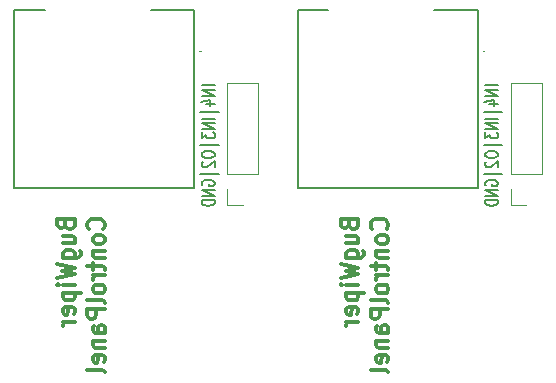
<source format=gbr>
%TF.GenerationSoftware,KiCad,Pcbnew,7.0.10*%
%TF.CreationDate,2025-01-30T23:55:36+01:00*%
%TF.ProjectId,DoublePanel_MouseBites,446f7562-6c65-4506-916e-656c5f4d6f75,rev?*%
%TF.SameCoordinates,Original*%
%TF.FileFunction,Legend,Bot*%
%TF.FilePolarity,Positive*%
%FSLAX46Y46*%
G04 Gerber Fmt 4.6, Leading zero omitted, Abs format (unit mm)*
G04 Created by KiCad (PCBNEW 7.0.10) date 2025-01-30 23:55:36*
%MOMM*%
%LPD*%
G01*
G04 APERTURE LIST*
%ADD10C,0.300000*%
%ADD11C,0.150000*%
%ADD12C,0.120000*%
%ADD13C,0.100000*%
%ADD14C,0.200000*%
G04 APERTURE END LIST*
D10*
X133669971Y-40182701D02*
X133741400Y-40116034D01*
X133741400Y-40116034D02*
X133812828Y-39916034D01*
X133812828Y-39916034D02*
X133812828Y-39782701D01*
X133812828Y-39782701D02*
X133741400Y-39582701D01*
X133741400Y-39582701D02*
X133598542Y-39449368D01*
X133598542Y-39449368D02*
X133455685Y-39382701D01*
X133455685Y-39382701D02*
X133169971Y-39316034D01*
X133169971Y-39316034D02*
X132955685Y-39316034D01*
X132955685Y-39316034D02*
X132669971Y-39382701D01*
X132669971Y-39382701D02*
X132527114Y-39449368D01*
X132527114Y-39449368D02*
X132384257Y-39582701D01*
X132384257Y-39582701D02*
X132312828Y-39782701D01*
X132312828Y-39782701D02*
X132312828Y-39916034D01*
X132312828Y-39916034D02*
X132384257Y-40116034D01*
X132384257Y-40116034D02*
X132455685Y-40182701D01*
X133812828Y-40982701D02*
X133741400Y-40849368D01*
X133741400Y-40849368D02*
X133669971Y-40782701D01*
X133669971Y-40782701D02*
X133527114Y-40716034D01*
X133527114Y-40716034D02*
X133098542Y-40716034D01*
X133098542Y-40716034D02*
X132955685Y-40782701D01*
X132955685Y-40782701D02*
X132884257Y-40849368D01*
X132884257Y-40849368D02*
X132812828Y-40982701D01*
X132812828Y-40982701D02*
X132812828Y-41182701D01*
X132812828Y-41182701D02*
X132884257Y-41316034D01*
X132884257Y-41316034D02*
X132955685Y-41382701D01*
X132955685Y-41382701D02*
X133098542Y-41449368D01*
X133098542Y-41449368D02*
X133527114Y-41449368D01*
X133527114Y-41449368D02*
X133669971Y-41382701D01*
X133669971Y-41382701D02*
X133741400Y-41316034D01*
X133741400Y-41316034D02*
X133812828Y-41182701D01*
X133812828Y-41182701D02*
X133812828Y-40982701D01*
X132812828Y-42049368D02*
X133812828Y-42049368D01*
X132955685Y-42049368D02*
X132884257Y-42116035D01*
X132884257Y-42116035D02*
X132812828Y-42249368D01*
X132812828Y-42249368D02*
X132812828Y-42449368D01*
X132812828Y-42449368D02*
X132884257Y-42582701D01*
X132884257Y-42582701D02*
X133027114Y-42649368D01*
X133027114Y-42649368D02*
X133812828Y-42649368D01*
X132812828Y-43116035D02*
X132812828Y-43649368D01*
X132312828Y-43316035D02*
X133598542Y-43316035D01*
X133598542Y-43316035D02*
X133741400Y-43382702D01*
X133741400Y-43382702D02*
X133812828Y-43516035D01*
X133812828Y-43516035D02*
X133812828Y-43649368D01*
X133812828Y-44116035D02*
X132812828Y-44116035D01*
X133098542Y-44116035D02*
X132955685Y-44182702D01*
X132955685Y-44182702D02*
X132884257Y-44249368D01*
X132884257Y-44249368D02*
X132812828Y-44382702D01*
X132812828Y-44382702D02*
X132812828Y-44516035D01*
X133812828Y-45182702D02*
X133741400Y-45049369D01*
X133741400Y-45049369D02*
X133669971Y-44982702D01*
X133669971Y-44982702D02*
X133527114Y-44916035D01*
X133527114Y-44916035D02*
X133098542Y-44916035D01*
X133098542Y-44916035D02*
X132955685Y-44982702D01*
X132955685Y-44982702D02*
X132884257Y-45049369D01*
X132884257Y-45049369D02*
X132812828Y-45182702D01*
X132812828Y-45182702D02*
X132812828Y-45382702D01*
X132812828Y-45382702D02*
X132884257Y-45516035D01*
X132884257Y-45516035D02*
X132955685Y-45582702D01*
X132955685Y-45582702D02*
X133098542Y-45649369D01*
X133098542Y-45649369D02*
X133527114Y-45649369D01*
X133527114Y-45649369D02*
X133669971Y-45582702D01*
X133669971Y-45582702D02*
X133741400Y-45516035D01*
X133741400Y-45516035D02*
X133812828Y-45382702D01*
X133812828Y-45382702D02*
X133812828Y-45182702D01*
X133812828Y-46449369D02*
X133741400Y-46316036D01*
X133741400Y-46316036D02*
X133598542Y-46249369D01*
X133598542Y-46249369D02*
X132312828Y-46249369D01*
X133812828Y-46982702D02*
X132312828Y-46982702D01*
X132312828Y-46982702D02*
X132312828Y-47516035D01*
X132312828Y-47516035D02*
X132384257Y-47649369D01*
X132384257Y-47649369D02*
X132455685Y-47716035D01*
X132455685Y-47716035D02*
X132598542Y-47782702D01*
X132598542Y-47782702D02*
X132812828Y-47782702D01*
X132812828Y-47782702D02*
X132955685Y-47716035D01*
X132955685Y-47716035D02*
X133027114Y-47649369D01*
X133027114Y-47649369D02*
X133098542Y-47516035D01*
X133098542Y-47516035D02*
X133098542Y-46982702D01*
X133812828Y-48982702D02*
X133027114Y-48982702D01*
X133027114Y-48982702D02*
X132884257Y-48916035D01*
X132884257Y-48916035D02*
X132812828Y-48782702D01*
X132812828Y-48782702D02*
X132812828Y-48516035D01*
X132812828Y-48516035D02*
X132884257Y-48382702D01*
X133741400Y-48982702D02*
X133812828Y-48849369D01*
X133812828Y-48849369D02*
X133812828Y-48516035D01*
X133812828Y-48516035D02*
X133741400Y-48382702D01*
X133741400Y-48382702D02*
X133598542Y-48316035D01*
X133598542Y-48316035D02*
X133455685Y-48316035D01*
X133455685Y-48316035D02*
X133312828Y-48382702D01*
X133312828Y-48382702D02*
X133241400Y-48516035D01*
X133241400Y-48516035D02*
X133241400Y-48849369D01*
X133241400Y-48849369D02*
X133169971Y-48982702D01*
X132812828Y-49649369D02*
X133812828Y-49649369D01*
X132955685Y-49649369D02*
X132884257Y-49716036D01*
X132884257Y-49716036D02*
X132812828Y-49849369D01*
X132812828Y-49849369D02*
X132812828Y-50049369D01*
X132812828Y-50049369D02*
X132884257Y-50182702D01*
X132884257Y-50182702D02*
X133027114Y-50249369D01*
X133027114Y-50249369D02*
X133812828Y-50249369D01*
X133741400Y-51449369D02*
X133812828Y-51316036D01*
X133812828Y-51316036D02*
X133812828Y-51049369D01*
X133812828Y-51049369D02*
X133741400Y-50916036D01*
X133741400Y-50916036D02*
X133598542Y-50849369D01*
X133598542Y-50849369D02*
X133027114Y-50849369D01*
X133027114Y-50849369D02*
X132884257Y-50916036D01*
X132884257Y-50916036D02*
X132812828Y-51049369D01*
X132812828Y-51049369D02*
X132812828Y-51316036D01*
X132812828Y-51316036D02*
X132884257Y-51449369D01*
X132884257Y-51449369D02*
X133027114Y-51516036D01*
X133027114Y-51516036D02*
X133169971Y-51516036D01*
X133169971Y-51516036D02*
X133312828Y-50849369D01*
X133812828Y-52316036D02*
X133741400Y-52182703D01*
X133741400Y-52182703D02*
X133598542Y-52116036D01*
X133598542Y-52116036D02*
X132312828Y-52116036D01*
D11*
X167107580Y-28043922D02*
X166007580Y-28043922D01*
X167107580Y-28434398D02*
X166007580Y-28434398D01*
X166007580Y-28434398D02*
X167107580Y-28902969D01*
X167107580Y-28902969D02*
X166007580Y-28902969D01*
X166374247Y-29644874D02*
X167107580Y-29644874D01*
X165955200Y-29449636D02*
X166740914Y-29254398D01*
X166740914Y-29254398D02*
X166740914Y-29762017D01*
X167474247Y-30269636D02*
X165902819Y-30269636D01*
X167107580Y-30855350D02*
X166007580Y-30855350D01*
X167107580Y-31245826D02*
X166007580Y-31245826D01*
X166007580Y-31245826D02*
X167107580Y-31714397D01*
X167107580Y-31714397D02*
X166007580Y-31714397D01*
X166007580Y-32026778D02*
X166007580Y-32534397D01*
X166007580Y-32534397D02*
X166426628Y-32261064D01*
X166426628Y-32261064D02*
X166426628Y-32378207D01*
X166426628Y-32378207D02*
X166479009Y-32456302D01*
X166479009Y-32456302D02*
X166531390Y-32495350D01*
X166531390Y-32495350D02*
X166636152Y-32534397D01*
X166636152Y-32534397D02*
X166898057Y-32534397D01*
X166898057Y-32534397D02*
X167002819Y-32495350D01*
X167002819Y-32495350D02*
X167055200Y-32456302D01*
X167055200Y-32456302D02*
X167107580Y-32378207D01*
X167107580Y-32378207D02*
X167107580Y-32143921D01*
X167107580Y-32143921D02*
X167055200Y-32065826D01*
X167055200Y-32065826D02*
X167002819Y-32026778D01*
X167474247Y-33081064D02*
X165902819Y-33081064D01*
X166007580Y-33822968D02*
X166007580Y-33979159D01*
X166007580Y-33979159D02*
X166059961Y-34057254D01*
X166059961Y-34057254D02*
X166164723Y-34135349D01*
X166164723Y-34135349D02*
X166374247Y-34174397D01*
X166374247Y-34174397D02*
X166740914Y-34174397D01*
X166740914Y-34174397D02*
X166950438Y-34135349D01*
X166950438Y-34135349D02*
X167055200Y-34057254D01*
X167055200Y-34057254D02*
X167107580Y-33979159D01*
X167107580Y-33979159D02*
X167107580Y-33822968D01*
X167107580Y-33822968D02*
X167055200Y-33744873D01*
X167055200Y-33744873D02*
X166950438Y-33666778D01*
X166950438Y-33666778D02*
X166740914Y-33627730D01*
X166740914Y-33627730D02*
X166374247Y-33627730D01*
X166374247Y-33627730D02*
X166164723Y-33666778D01*
X166164723Y-33666778D02*
X166059961Y-33744873D01*
X166059961Y-33744873D02*
X166007580Y-33822968D01*
X166112342Y-34486778D02*
X166059961Y-34525826D01*
X166059961Y-34525826D02*
X166007580Y-34603921D01*
X166007580Y-34603921D02*
X166007580Y-34799159D01*
X166007580Y-34799159D02*
X166059961Y-34877254D01*
X166059961Y-34877254D02*
X166112342Y-34916302D01*
X166112342Y-34916302D02*
X166217104Y-34955349D01*
X166217104Y-34955349D02*
X166321866Y-34955349D01*
X166321866Y-34955349D02*
X166479009Y-34916302D01*
X166479009Y-34916302D02*
X167107580Y-34447730D01*
X167107580Y-34447730D02*
X167107580Y-34955349D01*
X167474247Y-35502016D02*
X165902819Y-35502016D01*
X166059961Y-36517253D02*
X166007580Y-36439158D01*
X166007580Y-36439158D02*
X166007580Y-36322015D01*
X166007580Y-36322015D02*
X166059961Y-36204872D01*
X166059961Y-36204872D02*
X166164723Y-36126777D01*
X166164723Y-36126777D02*
X166269485Y-36087730D01*
X166269485Y-36087730D02*
X166479009Y-36048682D01*
X166479009Y-36048682D02*
X166636152Y-36048682D01*
X166636152Y-36048682D02*
X166845676Y-36087730D01*
X166845676Y-36087730D02*
X166950438Y-36126777D01*
X166950438Y-36126777D02*
X167055200Y-36204872D01*
X167055200Y-36204872D02*
X167107580Y-36322015D01*
X167107580Y-36322015D02*
X167107580Y-36400111D01*
X167107580Y-36400111D02*
X167055200Y-36517253D01*
X167055200Y-36517253D02*
X167002819Y-36556301D01*
X167002819Y-36556301D02*
X166636152Y-36556301D01*
X166636152Y-36556301D02*
X166636152Y-36400111D01*
X167107580Y-36907730D02*
X166007580Y-36907730D01*
X166007580Y-36907730D02*
X167107580Y-37376301D01*
X167107580Y-37376301D02*
X166007580Y-37376301D01*
X167107580Y-37766778D02*
X166007580Y-37766778D01*
X166007580Y-37766778D02*
X166007580Y-37962016D01*
X166007580Y-37962016D02*
X166059961Y-38079159D01*
X166059961Y-38079159D02*
X166164723Y-38157254D01*
X166164723Y-38157254D02*
X166269485Y-38196301D01*
X166269485Y-38196301D02*
X166479009Y-38235349D01*
X166479009Y-38235349D02*
X166636152Y-38235349D01*
X166636152Y-38235349D02*
X166845676Y-38196301D01*
X166845676Y-38196301D02*
X166950438Y-38157254D01*
X166950438Y-38157254D02*
X167055200Y-38079159D01*
X167055200Y-38079159D02*
X167107580Y-37962016D01*
X167107580Y-37962016D02*
X167107580Y-37766778D01*
D10*
X154487114Y-39849368D02*
X154558542Y-40049368D01*
X154558542Y-40049368D02*
X154629971Y-40116034D01*
X154629971Y-40116034D02*
X154772828Y-40182701D01*
X154772828Y-40182701D02*
X154987114Y-40182701D01*
X154987114Y-40182701D02*
X155129971Y-40116034D01*
X155129971Y-40116034D02*
X155201400Y-40049368D01*
X155201400Y-40049368D02*
X155272828Y-39916034D01*
X155272828Y-39916034D02*
X155272828Y-39382701D01*
X155272828Y-39382701D02*
X153772828Y-39382701D01*
X153772828Y-39382701D02*
X153772828Y-39849368D01*
X153772828Y-39849368D02*
X153844257Y-39982701D01*
X153844257Y-39982701D02*
X153915685Y-40049368D01*
X153915685Y-40049368D02*
X154058542Y-40116034D01*
X154058542Y-40116034D02*
X154201400Y-40116034D01*
X154201400Y-40116034D02*
X154344257Y-40049368D01*
X154344257Y-40049368D02*
X154415685Y-39982701D01*
X154415685Y-39982701D02*
X154487114Y-39849368D01*
X154487114Y-39849368D02*
X154487114Y-39382701D01*
X154272828Y-41382701D02*
X155272828Y-41382701D01*
X154272828Y-40782701D02*
X155058542Y-40782701D01*
X155058542Y-40782701D02*
X155201400Y-40849368D01*
X155201400Y-40849368D02*
X155272828Y-40982701D01*
X155272828Y-40982701D02*
X155272828Y-41182701D01*
X155272828Y-41182701D02*
X155201400Y-41316034D01*
X155201400Y-41316034D02*
X155129971Y-41382701D01*
X154272828Y-42649368D02*
X155487114Y-42649368D01*
X155487114Y-42649368D02*
X155629971Y-42582701D01*
X155629971Y-42582701D02*
X155701400Y-42516035D01*
X155701400Y-42516035D02*
X155772828Y-42382701D01*
X155772828Y-42382701D02*
X155772828Y-42182701D01*
X155772828Y-42182701D02*
X155701400Y-42049368D01*
X155201400Y-42649368D02*
X155272828Y-42516035D01*
X155272828Y-42516035D02*
X155272828Y-42249368D01*
X155272828Y-42249368D02*
X155201400Y-42116035D01*
X155201400Y-42116035D02*
X155129971Y-42049368D01*
X155129971Y-42049368D02*
X154987114Y-41982701D01*
X154987114Y-41982701D02*
X154558542Y-41982701D01*
X154558542Y-41982701D02*
X154415685Y-42049368D01*
X154415685Y-42049368D02*
X154344257Y-42116035D01*
X154344257Y-42116035D02*
X154272828Y-42249368D01*
X154272828Y-42249368D02*
X154272828Y-42516035D01*
X154272828Y-42516035D02*
X154344257Y-42649368D01*
X153772828Y-43182702D02*
X155272828Y-43516035D01*
X155272828Y-43516035D02*
X154201400Y-43782702D01*
X154201400Y-43782702D02*
X155272828Y-44049368D01*
X155272828Y-44049368D02*
X153772828Y-44382702D01*
X155272828Y-44916035D02*
X154272828Y-44916035D01*
X153772828Y-44916035D02*
X153844257Y-44849368D01*
X153844257Y-44849368D02*
X153915685Y-44916035D01*
X153915685Y-44916035D02*
X153844257Y-44982702D01*
X153844257Y-44982702D02*
X153772828Y-44916035D01*
X153772828Y-44916035D02*
X153915685Y-44916035D01*
X154272828Y-45582702D02*
X155772828Y-45582702D01*
X154344257Y-45582702D02*
X154272828Y-45716035D01*
X154272828Y-45716035D02*
X154272828Y-45982702D01*
X154272828Y-45982702D02*
X154344257Y-46116035D01*
X154344257Y-46116035D02*
X154415685Y-46182702D01*
X154415685Y-46182702D02*
X154558542Y-46249369D01*
X154558542Y-46249369D02*
X154987114Y-46249369D01*
X154987114Y-46249369D02*
X155129971Y-46182702D01*
X155129971Y-46182702D02*
X155201400Y-46116035D01*
X155201400Y-46116035D02*
X155272828Y-45982702D01*
X155272828Y-45982702D02*
X155272828Y-45716035D01*
X155272828Y-45716035D02*
X155201400Y-45582702D01*
X155201400Y-47382702D02*
X155272828Y-47249369D01*
X155272828Y-47249369D02*
X155272828Y-46982702D01*
X155272828Y-46982702D02*
X155201400Y-46849369D01*
X155201400Y-46849369D02*
X155058542Y-46782702D01*
X155058542Y-46782702D02*
X154487114Y-46782702D01*
X154487114Y-46782702D02*
X154344257Y-46849369D01*
X154344257Y-46849369D02*
X154272828Y-46982702D01*
X154272828Y-46982702D02*
X154272828Y-47249369D01*
X154272828Y-47249369D02*
X154344257Y-47382702D01*
X154344257Y-47382702D02*
X154487114Y-47449369D01*
X154487114Y-47449369D02*
X154629971Y-47449369D01*
X154629971Y-47449369D02*
X154772828Y-46782702D01*
X155272828Y-48049369D02*
X154272828Y-48049369D01*
X154558542Y-48049369D02*
X154415685Y-48116036D01*
X154415685Y-48116036D02*
X154344257Y-48182702D01*
X154344257Y-48182702D02*
X154272828Y-48316036D01*
X154272828Y-48316036D02*
X154272828Y-48449369D01*
X157669971Y-40182701D02*
X157741400Y-40116034D01*
X157741400Y-40116034D02*
X157812828Y-39916034D01*
X157812828Y-39916034D02*
X157812828Y-39782701D01*
X157812828Y-39782701D02*
X157741400Y-39582701D01*
X157741400Y-39582701D02*
X157598542Y-39449368D01*
X157598542Y-39449368D02*
X157455685Y-39382701D01*
X157455685Y-39382701D02*
X157169971Y-39316034D01*
X157169971Y-39316034D02*
X156955685Y-39316034D01*
X156955685Y-39316034D02*
X156669971Y-39382701D01*
X156669971Y-39382701D02*
X156527114Y-39449368D01*
X156527114Y-39449368D02*
X156384257Y-39582701D01*
X156384257Y-39582701D02*
X156312828Y-39782701D01*
X156312828Y-39782701D02*
X156312828Y-39916034D01*
X156312828Y-39916034D02*
X156384257Y-40116034D01*
X156384257Y-40116034D02*
X156455685Y-40182701D01*
X157812828Y-40982701D02*
X157741400Y-40849368D01*
X157741400Y-40849368D02*
X157669971Y-40782701D01*
X157669971Y-40782701D02*
X157527114Y-40716034D01*
X157527114Y-40716034D02*
X157098542Y-40716034D01*
X157098542Y-40716034D02*
X156955685Y-40782701D01*
X156955685Y-40782701D02*
X156884257Y-40849368D01*
X156884257Y-40849368D02*
X156812828Y-40982701D01*
X156812828Y-40982701D02*
X156812828Y-41182701D01*
X156812828Y-41182701D02*
X156884257Y-41316034D01*
X156884257Y-41316034D02*
X156955685Y-41382701D01*
X156955685Y-41382701D02*
X157098542Y-41449368D01*
X157098542Y-41449368D02*
X157527114Y-41449368D01*
X157527114Y-41449368D02*
X157669971Y-41382701D01*
X157669971Y-41382701D02*
X157741400Y-41316034D01*
X157741400Y-41316034D02*
X157812828Y-41182701D01*
X157812828Y-41182701D02*
X157812828Y-40982701D01*
X156812828Y-42049368D02*
X157812828Y-42049368D01*
X156955685Y-42049368D02*
X156884257Y-42116035D01*
X156884257Y-42116035D02*
X156812828Y-42249368D01*
X156812828Y-42249368D02*
X156812828Y-42449368D01*
X156812828Y-42449368D02*
X156884257Y-42582701D01*
X156884257Y-42582701D02*
X157027114Y-42649368D01*
X157027114Y-42649368D02*
X157812828Y-42649368D01*
X156812828Y-43116035D02*
X156812828Y-43649368D01*
X156312828Y-43316035D02*
X157598542Y-43316035D01*
X157598542Y-43316035D02*
X157741400Y-43382702D01*
X157741400Y-43382702D02*
X157812828Y-43516035D01*
X157812828Y-43516035D02*
X157812828Y-43649368D01*
X157812828Y-44116035D02*
X156812828Y-44116035D01*
X157098542Y-44116035D02*
X156955685Y-44182702D01*
X156955685Y-44182702D02*
X156884257Y-44249368D01*
X156884257Y-44249368D02*
X156812828Y-44382702D01*
X156812828Y-44382702D02*
X156812828Y-44516035D01*
X157812828Y-45182702D02*
X157741400Y-45049369D01*
X157741400Y-45049369D02*
X157669971Y-44982702D01*
X157669971Y-44982702D02*
X157527114Y-44916035D01*
X157527114Y-44916035D02*
X157098542Y-44916035D01*
X157098542Y-44916035D02*
X156955685Y-44982702D01*
X156955685Y-44982702D02*
X156884257Y-45049369D01*
X156884257Y-45049369D02*
X156812828Y-45182702D01*
X156812828Y-45182702D02*
X156812828Y-45382702D01*
X156812828Y-45382702D02*
X156884257Y-45516035D01*
X156884257Y-45516035D02*
X156955685Y-45582702D01*
X156955685Y-45582702D02*
X157098542Y-45649369D01*
X157098542Y-45649369D02*
X157527114Y-45649369D01*
X157527114Y-45649369D02*
X157669971Y-45582702D01*
X157669971Y-45582702D02*
X157741400Y-45516035D01*
X157741400Y-45516035D02*
X157812828Y-45382702D01*
X157812828Y-45382702D02*
X157812828Y-45182702D01*
X157812828Y-46449369D02*
X157741400Y-46316036D01*
X157741400Y-46316036D02*
X157598542Y-46249369D01*
X157598542Y-46249369D02*
X156312828Y-46249369D01*
X157812828Y-46982702D02*
X156312828Y-46982702D01*
X156312828Y-46982702D02*
X156312828Y-47516035D01*
X156312828Y-47516035D02*
X156384257Y-47649369D01*
X156384257Y-47649369D02*
X156455685Y-47716035D01*
X156455685Y-47716035D02*
X156598542Y-47782702D01*
X156598542Y-47782702D02*
X156812828Y-47782702D01*
X156812828Y-47782702D02*
X156955685Y-47716035D01*
X156955685Y-47716035D02*
X157027114Y-47649369D01*
X157027114Y-47649369D02*
X157098542Y-47516035D01*
X157098542Y-47516035D02*
X157098542Y-46982702D01*
X157812828Y-48982702D02*
X157027114Y-48982702D01*
X157027114Y-48982702D02*
X156884257Y-48916035D01*
X156884257Y-48916035D02*
X156812828Y-48782702D01*
X156812828Y-48782702D02*
X156812828Y-48516035D01*
X156812828Y-48516035D02*
X156884257Y-48382702D01*
X157741400Y-48982702D02*
X157812828Y-48849369D01*
X157812828Y-48849369D02*
X157812828Y-48516035D01*
X157812828Y-48516035D02*
X157741400Y-48382702D01*
X157741400Y-48382702D02*
X157598542Y-48316035D01*
X157598542Y-48316035D02*
X157455685Y-48316035D01*
X157455685Y-48316035D02*
X157312828Y-48382702D01*
X157312828Y-48382702D02*
X157241400Y-48516035D01*
X157241400Y-48516035D02*
X157241400Y-48849369D01*
X157241400Y-48849369D02*
X157169971Y-48982702D01*
X156812828Y-49649369D02*
X157812828Y-49649369D01*
X156955685Y-49649369D02*
X156884257Y-49716036D01*
X156884257Y-49716036D02*
X156812828Y-49849369D01*
X156812828Y-49849369D02*
X156812828Y-50049369D01*
X156812828Y-50049369D02*
X156884257Y-50182702D01*
X156884257Y-50182702D02*
X157027114Y-50249369D01*
X157027114Y-50249369D02*
X157812828Y-50249369D01*
X157741400Y-51449369D02*
X157812828Y-51316036D01*
X157812828Y-51316036D02*
X157812828Y-51049369D01*
X157812828Y-51049369D02*
X157741400Y-50916036D01*
X157741400Y-50916036D02*
X157598542Y-50849369D01*
X157598542Y-50849369D02*
X157027114Y-50849369D01*
X157027114Y-50849369D02*
X156884257Y-50916036D01*
X156884257Y-50916036D02*
X156812828Y-51049369D01*
X156812828Y-51049369D02*
X156812828Y-51316036D01*
X156812828Y-51316036D02*
X156884257Y-51449369D01*
X156884257Y-51449369D02*
X157027114Y-51516036D01*
X157027114Y-51516036D02*
X157169971Y-51516036D01*
X157169971Y-51516036D02*
X157312828Y-50849369D01*
X157812828Y-52316036D02*
X157741400Y-52182703D01*
X157741400Y-52182703D02*
X157598542Y-52116036D01*
X157598542Y-52116036D02*
X156312828Y-52116036D01*
X130487114Y-39849368D02*
X130558542Y-40049368D01*
X130558542Y-40049368D02*
X130629971Y-40116034D01*
X130629971Y-40116034D02*
X130772828Y-40182701D01*
X130772828Y-40182701D02*
X130987114Y-40182701D01*
X130987114Y-40182701D02*
X131129971Y-40116034D01*
X131129971Y-40116034D02*
X131201400Y-40049368D01*
X131201400Y-40049368D02*
X131272828Y-39916034D01*
X131272828Y-39916034D02*
X131272828Y-39382701D01*
X131272828Y-39382701D02*
X129772828Y-39382701D01*
X129772828Y-39382701D02*
X129772828Y-39849368D01*
X129772828Y-39849368D02*
X129844257Y-39982701D01*
X129844257Y-39982701D02*
X129915685Y-40049368D01*
X129915685Y-40049368D02*
X130058542Y-40116034D01*
X130058542Y-40116034D02*
X130201400Y-40116034D01*
X130201400Y-40116034D02*
X130344257Y-40049368D01*
X130344257Y-40049368D02*
X130415685Y-39982701D01*
X130415685Y-39982701D02*
X130487114Y-39849368D01*
X130487114Y-39849368D02*
X130487114Y-39382701D01*
X130272828Y-41382701D02*
X131272828Y-41382701D01*
X130272828Y-40782701D02*
X131058542Y-40782701D01*
X131058542Y-40782701D02*
X131201400Y-40849368D01*
X131201400Y-40849368D02*
X131272828Y-40982701D01*
X131272828Y-40982701D02*
X131272828Y-41182701D01*
X131272828Y-41182701D02*
X131201400Y-41316034D01*
X131201400Y-41316034D02*
X131129971Y-41382701D01*
X130272828Y-42649368D02*
X131487114Y-42649368D01*
X131487114Y-42649368D02*
X131629971Y-42582701D01*
X131629971Y-42582701D02*
X131701400Y-42516035D01*
X131701400Y-42516035D02*
X131772828Y-42382701D01*
X131772828Y-42382701D02*
X131772828Y-42182701D01*
X131772828Y-42182701D02*
X131701400Y-42049368D01*
X131201400Y-42649368D02*
X131272828Y-42516035D01*
X131272828Y-42516035D02*
X131272828Y-42249368D01*
X131272828Y-42249368D02*
X131201400Y-42116035D01*
X131201400Y-42116035D02*
X131129971Y-42049368D01*
X131129971Y-42049368D02*
X130987114Y-41982701D01*
X130987114Y-41982701D02*
X130558542Y-41982701D01*
X130558542Y-41982701D02*
X130415685Y-42049368D01*
X130415685Y-42049368D02*
X130344257Y-42116035D01*
X130344257Y-42116035D02*
X130272828Y-42249368D01*
X130272828Y-42249368D02*
X130272828Y-42516035D01*
X130272828Y-42516035D02*
X130344257Y-42649368D01*
X129772828Y-43182702D02*
X131272828Y-43516035D01*
X131272828Y-43516035D02*
X130201400Y-43782702D01*
X130201400Y-43782702D02*
X131272828Y-44049368D01*
X131272828Y-44049368D02*
X129772828Y-44382702D01*
X131272828Y-44916035D02*
X130272828Y-44916035D01*
X129772828Y-44916035D02*
X129844257Y-44849368D01*
X129844257Y-44849368D02*
X129915685Y-44916035D01*
X129915685Y-44916035D02*
X129844257Y-44982702D01*
X129844257Y-44982702D02*
X129772828Y-44916035D01*
X129772828Y-44916035D02*
X129915685Y-44916035D01*
X130272828Y-45582702D02*
X131772828Y-45582702D01*
X130344257Y-45582702D02*
X130272828Y-45716035D01*
X130272828Y-45716035D02*
X130272828Y-45982702D01*
X130272828Y-45982702D02*
X130344257Y-46116035D01*
X130344257Y-46116035D02*
X130415685Y-46182702D01*
X130415685Y-46182702D02*
X130558542Y-46249369D01*
X130558542Y-46249369D02*
X130987114Y-46249369D01*
X130987114Y-46249369D02*
X131129971Y-46182702D01*
X131129971Y-46182702D02*
X131201400Y-46116035D01*
X131201400Y-46116035D02*
X131272828Y-45982702D01*
X131272828Y-45982702D02*
X131272828Y-45716035D01*
X131272828Y-45716035D02*
X131201400Y-45582702D01*
X131201400Y-47382702D02*
X131272828Y-47249369D01*
X131272828Y-47249369D02*
X131272828Y-46982702D01*
X131272828Y-46982702D02*
X131201400Y-46849369D01*
X131201400Y-46849369D02*
X131058542Y-46782702D01*
X131058542Y-46782702D02*
X130487114Y-46782702D01*
X130487114Y-46782702D02*
X130344257Y-46849369D01*
X130344257Y-46849369D02*
X130272828Y-46982702D01*
X130272828Y-46982702D02*
X130272828Y-47249369D01*
X130272828Y-47249369D02*
X130344257Y-47382702D01*
X130344257Y-47382702D02*
X130487114Y-47449369D01*
X130487114Y-47449369D02*
X130629971Y-47449369D01*
X130629971Y-47449369D02*
X130772828Y-46782702D01*
X131272828Y-48049369D02*
X130272828Y-48049369D01*
X130558542Y-48049369D02*
X130415685Y-48116036D01*
X130415685Y-48116036D02*
X130344257Y-48182702D01*
X130344257Y-48182702D02*
X130272828Y-48316036D01*
X130272828Y-48316036D02*
X130272828Y-48449369D01*
D11*
X143107580Y-28043922D02*
X142007580Y-28043922D01*
X143107580Y-28434398D02*
X142007580Y-28434398D01*
X142007580Y-28434398D02*
X143107580Y-28902969D01*
X143107580Y-28902969D02*
X142007580Y-28902969D01*
X142374247Y-29644874D02*
X143107580Y-29644874D01*
X141955200Y-29449636D02*
X142740914Y-29254398D01*
X142740914Y-29254398D02*
X142740914Y-29762017D01*
X143474247Y-30269636D02*
X141902819Y-30269636D01*
X143107580Y-30855350D02*
X142007580Y-30855350D01*
X143107580Y-31245826D02*
X142007580Y-31245826D01*
X142007580Y-31245826D02*
X143107580Y-31714397D01*
X143107580Y-31714397D02*
X142007580Y-31714397D01*
X142007580Y-32026778D02*
X142007580Y-32534397D01*
X142007580Y-32534397D02*
X142426628Y-32261064D01*
X142426628Y-32261064D02*
X142426628Y-32378207D01*
X142426628Y-32378207D02*
X142479009Y-32456302D01*
X142479009Y-32456302D02*
X142531390Y-32495350D01*
X142531390Y-32495350D02*
X142636152Y-32534397D01*
X142636152Y-32534397D02*
X142898057Y-32534397D01*
X142898057Y-32534397D02*
X143002819Y-32495350D01*
X143002819Y-32495350D02*
X143055200Y-32456302D01*
X143055200Y-32456302D02*
X143107580Y-32378207D01*
X143107580Y-32378207D02*
X143107580Y-32143921D01*
X143107580Y-32143921D02*
X143055200Y-32065826D01*
X143055200Y-32065826D02*
X143002819Y-32026778D01*
X143474247Y-33081064D02*
X141902819Y-33081064D01*
X142007580Y-33822968D02*
X142007580Y-33979159D01*
X142007580Y-33979159D02*
X142059961Y-34057254D01*
X142059961Y-34057254D02*
X142164723Y-34135349D01*
X142164723Y-34135349D02*
X142374247Y-34174397D01*
X142374247Y-34174397D02*
X142740914Y-34174397D01*
X142740914Y-34174397D02*
X142950438Y-34135349D01*
X142950438Y-34135349D02*
X143055200Y-34057254D01*
X143055200Y-34057254D02*
X143107580Y-33979159D01*
X143107580Y-33979159D02*
X143107580Y-33822968D01*
X143107580Y-33822968D02*
X143055200Y-33744873D01*
X143055200Y-33744873D02*
X142950438Y-33666778D01*
X142950438Y-33666778D02*
X142740914Y-33627730D01*
X142740914Y-33627730D02*
X142374247Y-33627730D01*
X142374247Y-33627730D02*
X142164723Y-33666778D01*
X142164723Y-33666778D02*
X142059961Y-33744873D01*
X142059961Y-33744873D02*
X142007580Y-33822968D01*
X142112342Y-34486778D02*
X142059961Y-34525826D01*
X142059961Y-34525826D02*
X142007580Y-34603921D01*
X142007580Y-34603921D02*
X142007580Y-34799159D01*
X142007580Y-34799159D02*
X142059961Y-34877254D01*
X142059961Y-34877254D02*
X142112342Y-34916302D01*
X142112342Y-34916302D02*
X142217104Y-34955349D01*
X142217104Y-34955349D02*
X142321866Y-34955349D01*
X142321866Y-34955349D02*
X142479009Y-34916302D01*
X142479009Y-34916302D02*
X143107580Y-34447730D01*
X143107580Y-34447730D02*
X143107580Y-34955349D01*
X143474247Y-35502016D02*
X141902819Y-35502016D01*
X142059961Y-36517253D02*
X142007580Y-36439158D01*
X142007580Y-36439158D02*
X142007580Y-36322015D01*
X142007580Y-36322015D02*
X142059961Y-36204872D01*
X142059961Y-36204872D02*
X142164723Y-36126777D01*
X142164723Y-36126777D02*
X142269485Y-36087730D01*
X142269485Y-36087730D02*
X142479009Y-36048682D01*
X142479009Y-36048682D02*
X142636152Y-36048682D01*
X142636152Y-36048682D02*
X142845676Y-36087730D01*
X142845676Y-36087730D02*
X142950438Y-36126777D01*
X142950438Y-36126777D02*
X143055200Y-36204872D01*
X143055200Y-36204872D02*
X143107580Y-36322015D01*
X143107580Y-36322015D02*
X143107580Y-36400111D01*
X143107580Y-36400111D02*
X143055200Y-36517253D01*
X143055200Y-36517253D02*
X143002819Y-36556301D01*
X143002819Y-36556301D02*
X142636152Y-36556301D01*
X142636152Y-36556301D02*
X142636152Y-36400111D01*
X143107580Y-36907730D02*
X142007580Y-36907730D01*
X142007580Y-36907730D02*
X143107580Y-37376301D01*
X143107580Y-37376301D02*
X142007580Y-37376301D01*
X143107580Y-37766778D02*
X142007580Y-37766778D01*
X142007580Y-37766778D02*
X142007580Y-37962016D01*
X142007580Y-37962016D02*
X142059961Y-38079159D01*
X142059961Y-38079159D02*
X142164723Y-38157254D01*
X142164723Y-38157254D02*
X142269485Y-38196301D01*
X142269485Y-38196301D02*
X142479009Y-38235349D01*
X142479009Y-38235349D02*
X142636152Y-38235349D01*
X142636152Y-38235349D02*
X142845676Y-38196301D01*
X142845676Y-38196301D02*
X142950438Y-38157254D01*
X142950438Y-38157254D02*
X143055200Y-38079159D01*
X143055200Y-38079159D02*
X143107580Y-37962016D01*
X143107580Y-37962016D02*
X143107580Y-37766778D01*
D12*
%TO.C,J2*%
X144170000Y-27850000D02*
X146830000Y-27850000D01*
X144170000Y-35530000D02*
X144170000Y-27850000D01*
X144170000Y-35530000D02*
X146830000Y-35530000D01*
X144170000Y-36800000D02*
X144170000Y-38130000D01*
X144170000Y-38130000D02*
X145500000Y-38130000D01*
X146830000Y-35530000D02*
X146830000Y-27850000D01*
X168170000Y-27850000D02*
X170830000Y-27850000D01*
X168170000Y-35530000D02*
X168170000Y-27850000D01*
X168170000Y-35530000D02*
X170830000Y-35530000D01*
X168170000Y-36800000D02*
X168170000Y-38130000D01*
X168170000Y-38130000D02*
X169500000Y-38130000D01*
X170830000Y-35530000D02*
X170830000Y-27850000D01*
D13*
%TO.C,J1*%
X141930000Y-25150000D02*
X141930000Y-25150000D01*
X141830000Y-25150000D02*
X141830000Y-25150000D01*
D14*
X141405000Y-36730000D02*
X126165000Y-36730000D01*
X141405000Y-21650000D02*
X141405000Y-36730000D01*
X137730000Y-21650000D02*
X141405000Y-21650000D01*
X126165000Y-36730000D02*
X126165000Y-21650000D01*
X126165000Y-21650000D02*
X128730000Y-21650000D01*
D13*
X141830000Y-25150000D02*
G75*
G03*
X141930000Y-25150000I50000J0D01*
G01*
X141930000Y-25150000D02*
G75*
G03*
X141830000Y-25150000I-50000J0D01*
G01*
X165930000Y-25150000D02*
X165930000Y-25150000D01*
X165830000Y-25150000D02*
X165830000Y-25150000D01*
D14*
X165405000Y-36730000D02*
X150165000Y-36730000D01*
X165405000Y-21650000D02*
X165405000Y-36730000D01*
X161730000Y-21650000D02*
X165405000Y-21650000D01*
X150165000Y-36730000D02*
X150165000Y-21650000D01*
X150165000Y-21650000D02*
X152730000Y-21650000D01*
D13*
X165830000Y-25150000D02*
G75*
G03*
X165930000Y-25150000I50000J0D01*
G01*
X165930000Y-25150000D02*
G75*
G03*
X165830000Y-25150000I-50000J0D01*
G01*
%TD*%
M02*

</source>
